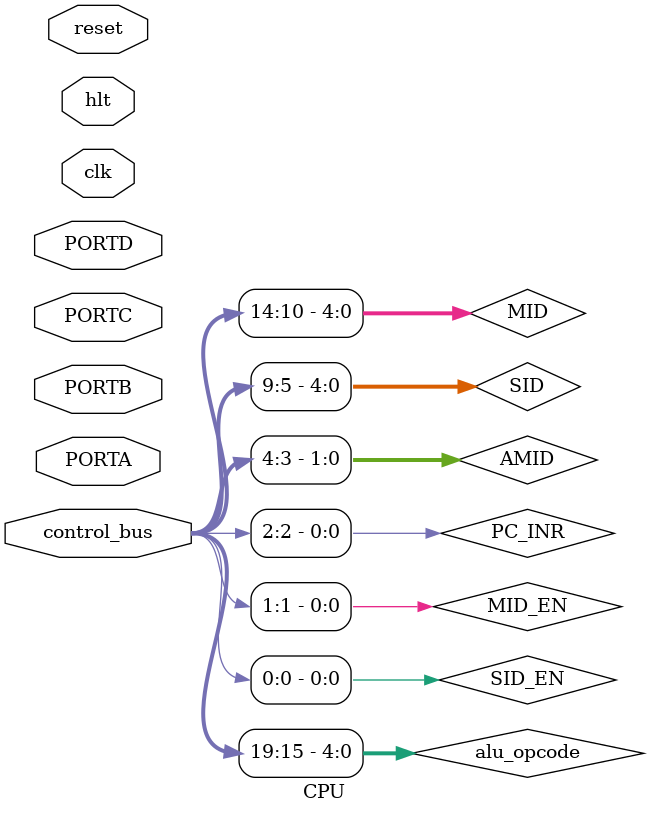
<source format=v>
module CPU(
	input clk, reset, hlt,
	inout [7:0] PORTA, PORTB, PORTC, PORTD,
	input [32:0] control_bus
);
	wire [7:0] data_bus; 
	wire [15:0] address_bus;

	//========================= CONTROL UNIT OUTPUTS =====================================
	//Control outputs for Data bus
	wire WE_A, WE_B, WE_R0, WE_R1, WE_IR0, WE_IR1, WE_PORTA, WE_PORTB, WE_PORTC, WE_PORTD, WE_AR0, WE_AR1, WE_PC0, WE_PC1, WE_SP0, WE_SP1, WE_M;
	wire OE_A, OE_B, OE_R0, OE_R1, OE_IR0, OE_IR1, OE_PORTA, OE_PORTB, OE_PORTC, OE_PORTD, OE_AR0, OE_AR1, OE_PC0, OE_PC1, OE_SP0, OE_SP1, OE_M;
	wire OE_SR, OE_ALU;
	//Control outputs for address bus
	wire OE_AR, OE_PC, OE_SP, OE_R0R1;
	//control bus inputs
	wire [4:0] alu_opcode;
	wire [4:0] MID, SID; //data bus master/slave ID
	wire [1:0] AMID; //address master ID
	wire PC_INR, MID_EN, SID_EN;

	//Timing outputs
	wire[3:0] T;

	//========================= random wires in CPU =====================================
	wire[7:0] alu_in0, alu_in1, alu_out;
	wire[3:0] alu_status;
	wire[15:0] instr_data;
	wire PORT_A_CS;

	//control bus
	assign {
		alu_opcode, MID, SID, AMID,
		PC_INR, MID_EN, SID_EN
	} = control_bus;
	
	//========================= CPU Registers =====================================

	//Accumulator
	ac_register #(.DATA_WIDTH(8)) AC (
		.clk(clk), .reset(reset),
		.data(data_bus), .data_out(alu_in0),
		.CS(1'b1),.WE(WE_A),.OE(OE_A)
	);
		
	//B register
	ac_register #(.DATA_WIDTH(8)) B_reg (
		.clk(clk), .reset(reset),
		.data(data_bus), .data_out(alu_in1),
		.CS(1'b1),.WE(WE_A),.OE(OE_A)
	);

	//16 bit R0 R1 pair.
	//Can be used to address memory directly
	ar_register #(.ADDR_WIDTH(16)) R1R0_pair(
		.clk(clk), .reset(reset),
		.data(data_bus), .address(address_bus),
		.CS(1'b1),.OE_A(OE_R0R1),
		.WE_H(WE_R1),.OE_H(OE_R1),
		.WE_L(WE_R0),.OE_L(OE_R1)
	);

	//status register
	st_register #(.DATA_WIDTH(4)) status_reg(
		.clk(clk), .reset(reset),
		.data_out(data_bus[3:0]), .data_in(alu_status),
		.CS(1'b1), .WE(1'b1), .OE(OE_SR)
	);

	//Instruction register (Connects to instruction decoder)
	ar_register #(.ADDR_WIDTH(16)) instr_reg(
		.clk(clk), .reset(reset),
		.data(data_bus), .address(instr_data),
		.CS(1'b1),.OE_A(1'b1),
		.WE_H(WE_IR1),.OE_H(OE_IR1),
		.WE_L(WE_IR0),.OE_L(OE_IR0)
	);

	//========================= ALU =====================================
	ALU alu(
		.A(alu_in0), .B(alu_in1),
		.opcode(alu_opcode), 
		.C(alu_out), .status(alu_status)
	);
	tri_state_buffer #(.DATA_WIDTH(8)) alu_tsb(
		.data_in(alu_out), .data_out(data_bus),
		.OE(OE_ALU)
	);

	//========================= Address Registers =====================================
	//Address register AR
	ar_register #(.ADDR_WIDTH(16)) AR(
		.clk(clk), .reset(reset),
		.data(data_bus), .address(address_bus),
		.CS(1'b1),.OE_A(OE_AR),
		.WE_H(WE_AR1),.OE_H(OE_AR1),
		.WE_L(WE_AR0),.OE_L(OE_AR0)
	);
	//Programme Counter PC
	pc_register #(.ADDR_WIDTH(16)) PC(
		.clk(clk), .reset(reset),
		.data(data_bus), .address(address_bus),
		.CS(1'b1),.OE_A(OE_PC), .CNT_EN(PC_INR),
		.WE_H(WE_PC1),.OE_H(OE_PC1),
		.WE_L(WE_PC0),.OE_L(OE_PC0)
	);
	//Stack pointer SP
	ar_register #(.ADDR_WIDTH(16)) SP(
		.clk(clk), .reset(reset),
		.data(data_bus), .address(address_bus),
		.CS(1'b1),.OE_A(OE_SP),
		.WE_H(WE_SP1),.OE_H(OE_SP1),
		.WE_L(WE_SP0),.OE_L(OE_SP0)
	);
	//========================= PORTS =====================================
	//PORTA
//	//Address range: 0x8000 to 0x8003
//	port_module PORTA(
//		.clk(clk), .reset(reset), 
//		.address(address_bus[1:0]), .data(data_bus), 
//		.gpio(PORTA),
//		.OE(OE_PORTA), .WE(WE_PORTA), .CS(PORT_A_CS)
//	);
//	assign PORT_A_CS = address_bus[15] & ~(|address_bus[14:2]);

	//========================= Memory =====================================
	//RAM
	//Address range: 0x0000 to 0x7FFF
	memory #(.DEPTH(32768)) RAM(
		.clk(clk), .reset(reset), 
		.address(address_bus[14:0]), .data(data_bus), 
		.OE(OE_M), .WE(WE_M), .CS(~address_bus[15])
	);

	//========================= DATA bus Decoders =====================================
	//Slave data_bus ID decode (WE decoder)
	/*
		MID	|	Register
		0	|	IR0	
		1	|	IR1
		2	|	A
		3	|	B
		4	|	Mem
		5	|	R0
		6	|       R1
		7	|       AR0
		8	|	AR1
		9	|	PC0
		10	|	PC1
		11	|	SP0
		12	|	SP1
		13	|	PORTA
		14	|	PORTB
		15	|	PORTC
		16	|	PORTD
	*/
	decoder #(.WIDTH(5)) sid_decoder(
		.S(SID), .EN(SID_EN),
		.D({
			WE_PORTD, WE_PORTC, WE_PORTB, WE_PORTA,
			WE_SP1, WE_SP0, WE_PC1, WE_PC0,
			WE_AR1, WE_AR0, WE_R1, WE_R0,
			WE_M, WE_B, WE_A,
			WE_IR1, WE_IR0
		})
	);

	//Master data_bus ID decode (WE decoder)
	/*
		SID	|	Register
		0	|	IR0	
		1	|	IR1
		2	|	A
		3	|	B
		4	|	Mem
		5	|	R0
		6	|       R1
		7	|       AR0
		8	|	AR1
		9	|	PC0
		10	|	PC1
		11	|	SP0
		12	|	SP1
		13	|	PORTA
		14	|	PORTB
		15	|	PORTC
		16	|	PORTD
		17	|	SR
		18	|	ALU
	*/
	decoder #(.WIDTH(5)) mid_decoder(
		.S(MID), .EN(MID_EN),
		.D({
			OE_ALU, OE_SR,
			OE_PORTD, OE_PORTC, OE_PORTB, OE_PORTA,
			OE_SP1, OE_SP0, OE_PC1, OE_PC0,
			OE_AR1, OE_AR0, OE_R1, OE_R0,
			OE_M, OE_B, OE_A,
			OE_IR1, OE_IR0
		})
	);

	//========================= Address bus Decoders =====================================
	//Master address_bus ID decode (WE decoder)
	//RAM or IO_ports are always the slave. (Memory mapped IO)
	/*
		AMID	|	Register
		0	|	PC	
		1	|	AR
		2	|	SP
		3	|	R0R1

	*/
	decoder #(.WIDTH(2)) amid_decoder(
		.S(AMID), .EN(1'b1),
		.D({
			OE_R0R1, OE_SP, OE_AR, OE_PC	
		})
	);


	//========================= Instruction Decoder =====================================

	//========================= Control Unit =====================================

endmodule

</source>
